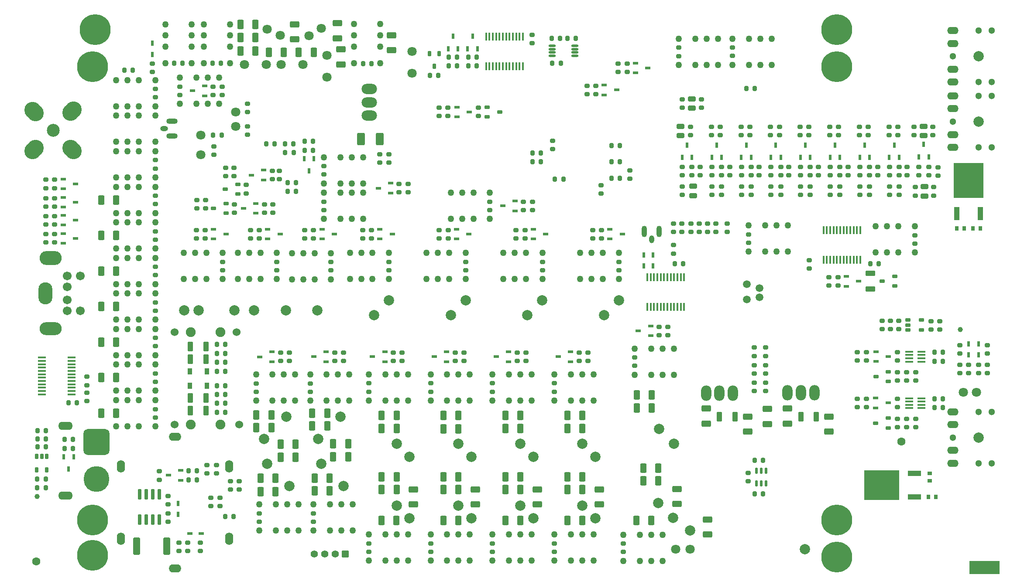
<source format=gbs>
G04*
G04 #@! TF.GenerationSoftware,Altium Limited,Altium Designer,24.4.1 (13)*
G04*
G04 Layer_Color=16711935*
%FSLAX26Y26*%
%MOIN*%
G70*
G04*
G04 #@! TF.SameCoordinates,3F108B2F-3CCF-4823-96B3-378CED877835*
G04*
G04*
G04 #@! TF.FilePolarity,Negative*
G04*
G01*
G75*
G04:AMPARAMS|DCode=23|XSize=31.496mil|YSize=37.402mil|CornerRadius=5.197mil|HoleSize=0mil|Usage=FLASHONLY|Rotation=180.000|XOffset=0mil|YOffset=0mil|HoleType=Round|Shape=RoundedRectangle|*
%AMROUNDEDRECTD23*
21,1,0.031496,0.027008,0,0,180.0*
21,1,0.021102,0.037402,0,0,180.0*
1,1,0.010394,-0.010551,0.013504*
1,1,0.010394,0.010551,0.013504*
1,1,0.010394,0.010551,-0.013504*
1,1,0.010394,-0.010551,-0.013504*
%
%ADD23ROUNDEDRECTD23*%
G04:AMPARAMS|DCode=24|XSize=31.496mil|YSize=37.402mil|CornerRadius=5.197mil|HoleSize=0mil|Usage=FLASHONLY|Rotation=270.000|XOffset=0mil|YOffset=0mil|HoleType=Round|Shape=RoundedRectangle|*
%AMROUNDEDRECTD24*
21,1,0.031496,0.027008,0,0,270.0*
21,1,0.021102,0.037402,0,0,270.0*
1,1,0.010394,-0.013504,-0.010551*
1,1,0.010394,-0.013504,0.010551*
1,1,0.010394,0.013504,0.010551*
1,1,0.010394,0.013504,-0.010551*
%
%ADD24ROUNDEDRECTD24*%
G04:AMPARAMS|DCode=30|XSize=41.732mil|YSize=19.685mil|CornerRadius=1.968mil|HoleSize=0mil|Usage=FLASHONLY|Rotation=0.000|XOffset=0mil|YOffset=0mil|HoleType=Round|Shape=RoundedRectangle|*
%AMROUNDEDRECTD30*
21,1,0.041732,0.015748,0,0,0.0*
21,1,0.037795,0.019685,0,0,0.0*
1,1,0.003937,0.018898,-0.007874*
1,1,0.003937,-0.018898,-0.007874*
1,1,0.003937,-0.018898,0.007874*
1,1,0.003937,0.018898,0.007874*
%
%ADD30ROUNDEDRECTD30*%
G04:AMPARAMS|DCode=40|XSize=59.055mil|YSize=94.488mil|CornerRadius=10.335mil|HoleSize=0mil|Usage=FLASHONLY|Rotation=180.000|XOffset=0mil|YOffset=0mil|HoleType=Round|Shape=RoundedRectangle|*
%AMROUNDEDRECTD40*
21,1,0.059055,0.073819,0,0,180.0*
21,1,0.038386,0.094488,0,0,180.0*
1,1,0.020669,-0.019193,0.036910*
1,1,0.020669,0.019193,0.036910*
1,1,0.020669,0.019193,-0.036910*
1,1,0.020669,-0.019193,-0.036910*
%
%ADD40ROUNDEDRECTD40*%
G04:AMPARAMS|DCode=45|XSize=39.37mil|YSize=59.055mil|CornerRadius=6.496mil|HoleSize=0mil|Usage=FLASHONLY|Rotation=270.000|XOffset=0mil|YOffset=0mil|HoleType=Round|Shape=RoundedRectangle|*
%AMROUNDEDRECTD45*
21,1,0.039370,0.046063,0,0,270.0*
21,1,0.026378,0.059055,0,0,270.0*
1,1,0.012992,-0.023032,-0.013189*
1,1,0.012992,-0.023032,0.013189*
1,1,0.012992,0.023032,0.013189*
1,1,0.012992,0.023032,-0.013189*
%
%ADD45ROUNDEDRECTD45*%
G04:AMPARAMS|DCode=54|XSize=27.559mil|YSize=36.614mil|CornerRadius=4.547mil|HoleSize=0mil|Usage=FLASHONLY|Rotation=0.000|XOffset=0mil|YOffset=0mil|HoleType=Round|Shape=RoundedRectangle|*
%AMROUNDEDRECTD54*
21,1,0.027559,0.027520,0,0,0.0*
21,1,0.018465,0.036614,0,0,0.0*
1,1,0.009094,0.009232,-0.013760*
1,1,0.009094,-0.009232,-0.013760*
1,1,0.009094,-0.009232,0.013760*
1,1,0.009094,0.009232,0.013760*
%
%ADD54ROUNDEDRECTD54*%
%ADD55R,0.023622X0.043307*%
%ADD56R,0.043307X0.023622*%
G04:AMPARAMS|DCode=57|XSize=23.622mil|YSize=39.37mil|CornerRadius=3.543mil|HoleSize=0mil|Usage=FLASHONLY|Rotation=270.000|XOffset=0mil|YOffset=0mil|HoleType=Round|Shape=RoundedRectangle|*
%AMROUNDEDRECTD57*
21,1,0.023622,0.032283,0,0,270.0*
21,1,0.016535,0.039370,0,0,270.0*
1,1,0.007087,-0.016142,-0.008268*
1,1,0.007087,-0.016142,0.008268*
1,1,0.007087,0.016142,0.008268*
1,1,0.007087,0.016142,-0.008268*
%
%ADD57ROUNDEDRECTD57*%
%ADD66O,0.086614X0.041339*%
%ADD67O,0.059055X0.039370*%
G04:AMPARAMS|DCode=80|XSize=41.732mil|YSize=19.685mil|CornerRadius=1.968mil|HoleSize=0mil|Usage=FLASHONLY|Rotation=90.000|XOffset=0mil|YOffset=0mil|HoleType=Round|Shape=RoundedRectangle|*
%AMROUNDEDRECTD80*
21,1,0.041732,0.015748,0,0,90.0*
21,1,0.037795,0.019685,0,0,90.0*
1,1,0.003937,0.007874,0.018898*
1,1,0.003937,0.007874,-0.018898*
1,1,0.003937,-0.007874,-0.018898*
1,1,0.003937,-0.007874,0.018898*
%
%ADD80ROUNDEDRECTD80*%
%ADD83C,0.039370*%
%ADD85C,0.078740*%
%ADD86C,0.070866*%
%ADD87C,0.059055*%
%ADD88C,0.049528*%
%ADD89O,0.078740X0.118110*%
%ADD90C,0.060000*%
%ADD91C,0.074803*%
%ADD92C,0.236220*%
%ADD93O,0.118110X0.078740*%
%ADD94O,0.062992X0.094488*%
%ADD95O,0.094488X0.062992*%
%ADD96C,0.062992*%
%ADD97C,0.066992*%
%ADD98O,0.106362X0.169354*%
%ADD99O,0.169354X0.106362*%
%ADD100O,0.169354X0.098488*%
%ADD101C,0.196850*%
G04:AMPARAMS|DCode=102|XSize=196.85mil|YSize=196.85mil|CornerRadius=29.528mil|HoleSize=0mil|Usage=FLASHONLY|Rotation=90.000|XOffset=0mil|YOffset=0mil|HoleType=Round|Shape=RoundedRectangle|*
%AMROUNDEDRECTD102*
21,1,0.196850,0.137795,0,0,90.0*
21,1,0.137795,0.196850,0,0,90.0*
1,1,0.059055,0.068898,0.068898*
1,1,0.059055,0.068898,-0.068898*
1,1,0.059055,-0.068898,-0.068898*
1,1,0.059055,-0.068898,0.068898*
%
%ADD102ROUNDEDRECTD102*%
%ADD103O,0.110236X0.062992*%
G04:AMPARAMS|DCode=104|XSize=55.118mil|YSize=55.118mil|CornerRadius=9.646mil|HoleSize=0mil|Usage=FLASHONLY|Rotation=0.000|XOffset=0mil|YOffset=0mil|HoleType=Round|Shape=RoundedRectangle|*
%AMROUNDEDRECTD104*
21,1,0.055118,0.035827,0,0,0.0*
21,1,0.035827,0.055118,0,0,0.0*
1,1,0.019291,0.017913,-0.017913*
1,1,0.019291,-0.017913,-0.017913*
1,1,0.019291,-0.017913,0.017913*
1,1,0.019291,0.017913,0.017913*
%
%ADD104ROUNDEDRECTD104*%
%ADD105C,0.055118*%
%ADD106C,0.051181*%
%ADD107O,0.086614X0.055118*%
G04:AMPARAMS|DCode=108|XSize=157.48mil|YSize=125.984mil|CornerRadius=0mil|HoleSize=0mil|Usage=FLASHONLY|Rotation=135.000|XOffset=0mil|YOffset=0mil|HoleType=Round|Shape=Round|*
%AMOVALD108*
21,1,0.031496,0.125984,0.000000,0.000000,135.0*
1,1,0.125984,0.011136,-0.011136*
1,1,0.125984,-0.011136,0.011136*
%
%ADD108OVALD108*%

%ADD109C,0.098425*%
G04:AMPARAMS|DCode=110|XSize=157.48mil|YSize=125.984mil|CornerRadius=0mil|HoleSize=0mil|Usage=FLASHONLY|Rotation=225.000|XOffset=0mil|YOffset=0mil|HoleType=Round|Shape=Round|*
%AMOVALD110*
21,1,0.031496,0.125984,0.000000,0.000000,225.0*
1,1,0.125984,0.011136,0.011136*
1,1,0.125984,-0.011136,-0.011136*
%
%ADD110OVALD110*%

G04:AMPARAMS|DCode=124|XSize=47.638mil|YSize=71.653mil|CornerRadius=7.86mil|HoleSize=0mil|Usage=FLASHONLY|Rotation=270.000|XOffset=0mil|YOffset=0mil|HoleType=Round|Shape=RoundedRectangle|*
%AMROUNDEDRECTD124*
21,1,0.047638,0.055933,0,0,270.0*
21,1,0.031917,0.071653,0,0,270.0*
1,1,0.015720,-0.027967,-0.015959*
1,1,0.015720,-0.027967,0.015959*
1,1,0.015720,0.027967,0.015959*
1,1,0.015720,0.027967,-0.015959*
%
%ADD124ROUNDEDRECTD124*%
%ADD125O,0.057087X0.017716*%
%ADD126R,0.102362X0.039370*%
%ADD127R,0.267716X0.228346*%
%ADD128O,0.021654X0.050787*%
G04:AMPARAMS|DCode=129|XSize=43.307mil|YSize=70.866mil|CornerRadius=4.331mil|HoleSize=0mil|Usage=FLASHONLY|Rotation=0.000|XOffset=0mil|YOffset=0mil|HoleType=Round|Shape=RoundedRectangle|*
%AMROUNDEDRECTD129*
21,1,0.043307,0.062205,0,0,0.0*
21,1,0.034646,0.070866,0,0,0.0*
1,1,0.008661,0.017323,-0.031102*
1,1,0.008661,-0.017323,-0.031102*
1,1,0.008661,-0.017323,0.031102*
1,1,0.008661,0.017323,0.031102*
%
%ADD129ROUNDEDRECTD129*%
G04:AMPARAMS|DCode=130|XSize=47.638mil|YSize=71.653mil|CornerRadius=7.86mil|HoleSize=0mil|Usage=FLASHONLY|Rotation=180.000|XOffset=0mil|YOffset=0mil|HoleType=Round|Shape=RoundedRectangle|*
%AMROUNDEDRECTD130*
21,1,0.047638,0.055933,0,0,180.0*
21,1,0.031917,0.071653,0,0,180.0*
1,1,0.015720,-0.015959,0.027967*
1,1,0.015720,0.015959,0.027967*
1,1,0.015720,0.015959,-0.027967*
1,1,0.015720,-0.015959,-0.027967*
%
%ADD130ROUNDEDRECTD130*%
G04:AMPARAMS|DCode=131|XSize=27.559mil|YSize=36.614mil|CornerRadius=4.547mil|HoleSize=0mil|Usage=FLASHONLY|Rotation=90.000|XOffset=0mil|YOffset=0mil|HoleType=Round|Shape=RoundedRectangle|*
%AMROUNDEDRECTD131*
21,1,0.027559,0.027520,0,0,90.0*
21,1,0.018465,0.036614,0,0,90.0*
1,1,0.009094,0.013760,0.009232*
1,1,0.009094,0.013760,-0.009232*
1,1,0.009094,-0.013760,-0.009232*
1,1,0.009094,-0.013760,0.009232*
%
%ADD131ROUNDEDRECTD131*%
%ADD132O,0.016142X0.061811*%
%ADD133R,0.228346X0.267716*%
%ADD134R,0.039370X0.102362*%
%ADD135R,0.060000X0.017000*%
G04:AMPARAMS|DCode=136|XSize=23.622mil|YSize=78.74mil|CornerRadius=4.134mil|HoleSize=0mil|Usage=FLASHONLY|Rotation=180.000|XOffset=0mil|YOffset=0mil|HoleType=Round|Shape=RoundedRectangle|*
%AMROUNDEDRECTD136*
21,1,0.023622,0.070473,0,0,180.0*
21,1,0.015354,0.078740,0,0,180.0*
1,1,0.008268,-0.007677,0.035236*
1,1,0.008268,0.007677,0.035236*
1,1,0.008268,0.007677,-0.035236*
1,1,0.008268,-0.007677,-0.035236*
%
%ADD136ROUNDEDRECTD136*%
G04:AMPARAMS|DCode=137|XSize=23.622mil|YSize=39.37mil|CornerRadius=3.543mil|HoleSize=0mil|Usage=FLASHONLY|Rotation=180.000|XOffset=0mil|YOffset=0mil|HoleType=Round|Shape=RoundedRectangle|*
%AMROUNDEDRECTD137*
21,1,0.023622,0.032283,0,0,180.0*
21,1,0.016535,0.039370,0,0,180.0*
1,1,0.007087,-0.008268,0.016142*
1,1,0.007087,0.008268,0.016142*
1,1,0.007087,0.008268,-0.016142*
1,1,0.007087,-0.008268,-0.016142*
%
%ADD137ROUNDEDRECTD137*%
%ADD138R,0.035827X0.048032*%
%ADD139O,0.061811X0.016142*%
G04:AMPARAMS|DCode=140|XSize=43.307mil|YSize=23.622mil|CornerRadius=4.134mil|HoleSize=0mil|Usage=FLASHONLY|Rotation=270.000|XOffset=0mil|YOffset=0mil|HoleType=Round|Shape=RoundedRectangle|*
%AMROUNDEDRECTD140*
21,1,0.043307,0.015354,0,0,270.0*
21,1,0.035039,0.023622,0,0,270.0*
1,1,0.008268,-0.007677,-0.017520*
1,1,0.008268,-0.007677,0.017520*
1,1,0.008268,0.007677,0.017520*
1,1,0.008268,0.007677,-0.017520*
%
%ADD140ROUNDEDRECTD140*%
%ADD141O,0.039370X0.059055*%
%ADD142O,0.041339X0.086614*%
G04:AMPARAMS|DCode=143|XSize=43.307mil|YSize=23.622mil|CornerRadius=4.134mil|HoleSize=0mil|Usage=FLASHONLY|Rotation=0.000|XOffset=0mil|YOffset=0mil|HoleType=Round|Shape=RoundedRectangle|*
%AMROUNDEDRECTD143*
21,1,0.043307,0.015354,0,0,0.0*
21,1,0.035039,0.023622,0,0,0.0*
1,1,0.008268,0.017520,-0.007677*
1,1,0.008268,-0.017520,-0.007677*
1,1,0.008268,-0.017520,0.007677*
1,1,0.008268,0.017520,0.007677*
%
%ADD143ROUNDEDRECTD143*%
G04:AMPARAMS|DCode=144|XSize=43.307mil|YSize=70.866mil|CornerRadius=4.331mil|HoleSize=0mil|Usage=FLASHONLY|Rotation=90.000|XOffset=0mil|YOffset=0mil|HoleType=Round|Shape=RoundedRectangle|*
%AMROUNDEDRECTD144*
21,1,0.043307,0.062205,0,0,90.0*
21,1,0.034646,0.070866,0,0,90.0*
1,1,0.008661,0.031102,0.017323*
1,1,0.008661,0.031102,-0.017323*
1,1,0.008661,-0.031102,-0.017323*
1,1,0.008661,-0.031102,0.017323*
%
%ADD144ROUNDEDRECTD144*%
G04:AMPARAMS|DCode=145|XSize=51.181mil|YSize=131.89mil|CornerRadius=5.118mil|HoleSize=0mil|Usage=FLASHONLY|Rotation=180.000|XOffset=0mil|YOffset=0mil|HoleType=Round|Shape=RoundedRectangle|*
%AMROUNDEDRECTD145*
21,1,0.051181,0.121654,0,0,180.0*
21,1,0.040945,0.131890,0,0,180.0*
1,1,0.010236,-0.020473,0.060827*
1,1,0.010236,0.020473,0.060827*
1,1,0.010236,0.020473,-0.060827*
1,1,0.010236,-0.020473,-0.060827*
%
%ADD145ROUNDEDRECTD145*%
G36*
X7232971Y97591D02*
X7232971Y97591D01*
X7463229D01*
Y-834D01*
X7463229Y-834D01*
X7232914D01*
Y97535D01*
X7232971Y97591D01*
D02*
G37*
D23*
X2220550Y3307636D02*
D03*
X2156771D02*
D03*
X2220550Y3239723D02*
D03*
X2156771D02*
D03*
X2089961Y2992126D02*
D03*
X2026181D02*
D03*
Y2926181D02*
D03*
X2089961D02*
D03*
X4041929Y4095472D02*
D03*
X4105709D02*
D03*
X4225787D02*
D03*
X4162008D02*
D03*
X4111024Y3904921D02*
D03*
X4047244D02*
D03*
X5592126Y612211D02*
D03*
X5655905D02*
D03*
Y870079D02*
D03*
X5592126D02*
D03*
X1926491Y3288935D02*
D03*
X1862711D02*
D03*
X2006991D02*
D03*
X2070771D02*
D03*
X2007480Y3222242D02*
D03*
X2071260D02*
D03*
X6476378Y2372835D02*
D03*
X6540158D02*
D03*
X5592323Y3710630D02*
D03*
X5528543D02*
D03*
X1611614Y439961D02*
D03*
X1547835D02*
D03*
X4562402Y3275591D02*
D03*
X4498622D02*
D03*
X180512Y1095473D02*
D03*
X116732D02*
D03*
X7028938Y1271230D02*
D03*
X6965159D02*
D03*
X842913Y3852362D02*
D03*
X779134D02*
D03*
X321861Y1027544D02*
D03*
X385641D02*
D03*
X7029847Y1626621D02*
D03*
X6966067D02*
D03*
X3469488Y3884685D02*
D03*
X3405709D02*
D03*
X3320276Y3884377D02*
D03*
X3256496D02*
D03*
X1549731Y1686024D02*
D03*
X1485951D02*
D03*
X1486345Y1304134D02*
D03*
X1550125Y1304134D02*
D03*
X1549731Y1618110D02*
D03*
X1485951D02*
D03*
X1550125Y1372047D02*
D03*
X1486345D02*
D03*
X1334100Y718504D02*
D03*
X1270320D02*
D03*
X1270276Y787402D02*
D03*
X1334055D02*
D03*
X7028938Y1338758D02*
D03*
X6965159D02*
D03*
X7029847Y1694149D02*
D03*
X6966067D02*
D03*
X4130905Y3018701D02*
D03*
X4067126D02*
D03*
X385641Y959630D02*
D03*
X321861D02*
D03*
X116732Y971457D02*
D03*
X180512D02*
D03*
Y1033465D02*
D03*
X116732D02*
D03*
X113779Y724409D02*
D03*
X177559D02*
D03*
X113779Y657480D02*
D03*
X177559D02*
D03*
X350984Y1308071D02*
D03*
X414764D02*
D03*
X3405709Y3952599D02*
D03*
X3469488D02*
D03*
X3256496Y3952290D02*
D03*
X3320276D02*
D03*
X1159449Y3904528D02*
D03*
X1223229D02*
D03*
X1453346D02*
D03*
X1517126D02*
D03*
X2602559Y3902489D02*
D03*
X2666339D02*
D03*
X3176575Y3811024D02*
D03*
X3112795D02*
D03*
X1549731Y1753937D02*
D03*
X1485951D02*
D03*
X1550125Y1236221D02*
D03*
X1486345D02*
D03*
X1549731Y1550197D02*
D03*
X1485951D02*
D03*
X1486345Y1439960D02*
D03*
X1550125D02*
D03*
X4497834Y3024209D02*
D03*
X4561614D02*
D03*
X3960039Y3152559D02*
D03*
X3896260D02*
D03*
X3960039Y3218504D02*
D03*
X3896260D02*
D03*
X4497638Y3150591D02*
D03*
X4561417D02*
D03*
X1457283Y3355315D02*
D03*
X1521063D02*
D03*
X4983267Y2372834D02*
D03*
X5047047D02*
D03*
D24*
X2302165Y3054134D02*
D03*
Y3117914D02*
D03*
X492126Y1322544D02*
D03*
Y1386324D02*
D03*
Y1443504D02*
D03*
Y1507284D02*
D03*
X1847874Y2826509D02*
D03*
Y2762730D02*
D03*
X1914042D02*
D03*
Y2826509D02*
D03*
X1962598Y3017913D02*
D03*
Y3081693D02*
D03*
X5543307Y773032D02*
D03*
Y709252D02*
D03*
X6010885Y2334280D02*
D03*
Y2398060D02*
D03*
X5677165Y1730709D02*
D03*
Y1666929D02*
D03*
X5587598Y1730709D02*
D03*
Y1666929D02*
D03*
X5677165Y1596161D02*
D03*
Y1532382D02*
D03*
X5587598Y1596161D02*
D03*
Y1532382D02*
D03*
Y1461614D02*
D03*
Y1397834D02*
D03*
X5677165D02*
D03*
Y1461614D02*
D03*
X1708439Y2910355D02*
D03*
Y2974134D02*
D03*
X1908105Y3081693D02*
D03*
Y3017913D02*
D03*
X1619410Y2762992D02*
D03*
Y2826772D02*
D03*
X6810039Y3354921D02*
D03*
Y3418701D02*
D03*
X3894250Y2782088D02*
D03*
Y2845867D02*
D03*
X4550632Y3900985D02*
D03*
Y3837206D02*
D03*
X5424213Y3961220D02*
D03*
Y4025000D02*
D03*
X4311899Y3732472D02*
D03*
Y3668692D02*
D03*
X4379813D02*
D03*
Y3732472D02*
D03*
X1201772Y3662008D02*
D03*
Y3725787D02*
D03*
X1457242Y3725786D02*
D03*
Y3662007D02*
D03*
X1525156D02*
D03*
Y3725786D02*
D03*
X1481299Y769685D02*
D03*
Y833465D02*
D03*
X1409603Y769509D02*
D03*
Y833288D02*
D03*
X7368920Y1684646D02*
D03*
Y1748425D02*
D03*
X7158465D02*
D03*
Y1684646D02*
D03*
X7158377Y1535385D02*
D03*
Y1599165D02*
D03*
X7224322Y1535385D02*
D03*
Y1599165D02*
D03*
X7303063Y1535385D02*
D03*
Y1599165D02*
D03*
X7369007Y1535385D02*
D03*
Y1599165D02*
D03*
X4050197Y3249606D02*
D03*
Y3313386D02*
D03*
X3250000Y3500590D02*
D03*
Y3564370D02*
D03*
X3481299Y3500590D02*
D03*
Y3564370D02*
D03*
X3182087Y3565039D02*
D03*
Y3501260D02*
D03*
X4618545Y3837206D02*
D03*
Y3900985D02*
D03*
X5013780Y3960237D02*
D03*
Y4024016D02*
D03*
X1507680Y517338D02*
D03*
Y581118D02*
D03*
X1439459Y581130D02*
D03*
Y517351D02*
D03*
X1657480Y644291D02*
D03*
Y708071D02*
D03*
X1589567D02*
D03*
Y644291D02*
D03*
X1809055Y462992D02*
D03*
Y399212D02*
D03*
X994095Y3902953D02*
D03*
Y3839173D02*
D03*
X4972441Y2514173D02*
D03*
Y2450394D02*
D03*
X1113189Y594882D02*
D03*
X1044291Y720079D02*
D03*
X4590551Y168307D02*
D03*
Y232086D02*
D03*
X4676181Y1591141D02*
D03*
Y1654921D02*
D03*
X4063977Y168897D02*
D03*
Y232677D02*
D03*
X4063977Y1393307D02*
D03*
Y1457086D02*
D03*
X3590551Y168898D02*
D03*
Y232677D02*
D03*
X3590551Y1393307D02*
D03*
Y1457087D02*
D03*
X3118110Y168898D02*
D03*
Y232677D02*
D03*
X3118110Y1393307D02*
D03*
Y1457087D02*
D03*
X2645669Y168898D02*
D03*
Y232677D02*
D03*
X2645669Y1393307D02*
D03*
Y1457087D02*
D03*
X2222441Y399384D02*
D03*
Y463163D02*
D03*
X2197835Y1392322D02*
D03*
Y1456102D02*
D03*
X1784449Y1392913D02*
D03*
Y1456693D02*
D03*
X5339173Y3047835D02*
D03*
Y3111614D02*
D03*
X6243110Y3047835D02*
D03*
Y3111614D02*
D03*
X6017126Y3047835D02*
D03*
Y3111614D02*
D03*
X5791382Y3048074D02*
D03*
Y3111854D02*
D03*
X5565157Y3048228D02*
D03*
Y3112008D02*
D03*
X5265354Y3111614D02*
D03*
Y3047835D02*
D03*
X5491578Y3111854D02*
D03*
Y3048074D02*
D03*
X5717323Y3111614D02*
D03*
Y3047835D02*
D03*
X5943307Y3111614D02*
D03*
Y3047835D02*
D03*
X6169291Y3111614D02*
D03*
Y3047835D02*
D03*
X6395276Y3112008D02*
D03*
Y3048228D02*
D03*
X6305118Y3111614D02*
D03*
Y3047835D02*
D03*
X6079134Y3111614D02*
D03*
Y3047835D02*
D03*
X5853150Y3111614D02*
D03*
Y3047835D02*
D03*
X5627165Y3111614D02*
D03*
Y3047835D02*
D03*
X5401181Y3111614D02*
D03*
Y3047835D02*
D03*
X5175197Y3111614D02*
D03*
Y3047835D02*
D03*
X5113429Y3048074D02*
D03*
Y3111854D02*
D03*
X5039370Y3111614D02*
D03*
Y3047835D02*
D03*
X5036417Y2615945D02*
D03*
Y2679725D02*
D03*
X5382874Y2614961D02*
D03*
Y2678741D02*
D03*
X5294538Y2615738D02*
D03*
Y2679518D02*
D03*
X5233844Y2615743D02*
D03*
Y2679523D02*
D03*
X5170129Y2615749D02*
D03*
Y2679528D02*
D03*
X5106448Y2615749D02*
D03*
Y2679528D02*
D03*
X6819362Y2957372D02*
D03*
Y2893592D02*
D03*
X6160864Y2205906D02*
D03*
Y2269685D02*
D03*
X6617914Y3418976D02*
D03*
Y3355197D02*
D03*
X6621260Y2961417D02*
D03*
Y2897638D02*
D03*
X6391929Y3418976D02*
D03*
Y3355197D02*
D03*
X6395276Y2961417D02*
D03*
Y2897638D02*
D03*
X6165945Y3418976D02*
D03*
Y3355197D02*
D03*
X6169291Y2961024D02*
D03*
Y2897244D02*
D03*
X5713976Y3418976D02*
D03*
Y3355197D02*
D03*
X5717323Y2961024D02*
D03*
Y2897244D02*
D03*
X5939961Y3418976D02*
D03*
Y3355197D02*
D03*
X5943307Y2961024D02*
D03*
Y2897244D02*
D03*
X5487992Y3418976D02*
D03*
Y3355197D02*
D03*
X5491338Y2961024D02*
D03*
Y2897244D02*
D03*
X5262008Y3418976D02*
D03*
Y3355197D02*
D03*
X6992884Y3110049D02*
D03*
Y3046270D02*
D03*
X6847244Y3112008D02*
D03*
Y3048228D02*
D03*
X6757087Y3112008D02*
D03*
Y3048228D02*
D03*
X6621260Y3112008D02*
D03*
Y3048228D02*
D03*
X6531102Y3112008D02*
D03*
Y3048228D02*
D03*
X6375986Y1275372D02*
D03*
Y1339151D02*
D03*
X6376970Y1630687D02*
D03*
Y1694466D02*
D03*
X178976Y2950394D02*
D03*
Y3014173D02*
D03*
X1263780Y173819D02*
D03*
Y237599D02*
D03*
X1194882Y173819D02*
D03*
Y237599D02*
D03*
X6682088Y1121828D02*
D03*
Y1185608D02*
D03*
X6683072Y1477143D02*
D03*
Y1540923D02*
D03*
X178976Y2534055D02*
D03*
Y2597835D02*
D03*
X4355315Y2566535D02*
D03*
Y2630314D02*
D03*
X3769685Y2566536D02*
D03*
Y2630316D02*
D03*
X3184055Y2566535D02*
D03*
Y2630315D02*
D03*
X2598425Y2566535D02*
D03*
Y2630315D02*
D03*
X2155512Y2565945D02*
D03*
Y2629724D02*
D03*
X1742126Y2566535D02*
D03*
Y2630315D02*
D03*
X1328740Y2566535D02*
D03*
Y2630315D02*
D03*
X2945431Y2981692D02*
D03*
Y2917912D02*
D03*
X1359252Y237599D02*
D03*
Y173819D02*
D03*
X1044291Y783858D02*
D03*
X1113189Y531102D02*
D03*
X1113189Y398228D02*
D03*
Y462008D02*
D03*
X5265354Y2961024D02*
D03*
Y2897244D02*
D03*
X6821852Y1121828D02*
D03*
Y1185608D02*
D03*
X6751970D02*
D03*
Y1121828D02*
D03*
X6822836Y1477143D02*
D03*
Y1540923D02*
D03*
X6752954D02*
D03*
Y1477143D02*
D03*
X179134Y2809646D02*
D03*
Y2873425D02*
D03*
X178976Y2672835D02*
D03*
Y2736614D02*
D03*
X5038386Y3628347D02*
D03*
Y3564567D02*
D03*
X4930341Y1890157D02*
D03*
Y1826378D02*
D03*
X4318898Y1628543D02*
D03*
Y1692323D02*
D03*
X3844711Y1628543D02*
D03*
Y1692323D02*
D03*
X3372270Y1628543D02*
D03*
Y1692323D02*
D03*
X2899829Y1628543D02*
D03*
Y1692323D02*
D03*
X2451994Y1628543D02*
D03*
Y1692323D02*
D03*
X2038609Y1628149D02*
D03*
Y1691929D02*
D03*
X6566929Y1872638D02*
D03*
Y1936417D02*
D03*
X246890Y3014173D02*
D03*
Y2950394D02*
D03*
Y2597835D02*
D03*
Y2534055D02*
D03*
Y2873425D02*
D03*
Y2809646D02*
D03*
Y2736614D02*
D03*
Y2672835D02*
D03*
X6954204Y3418986D02*
D03*
Y3355206D02*
D03*
X6228778Y2269685D02*
D03*
Y2205906D02*
D03*
X6814238Y2525988D02*
D03*
Y2589767D02*
D03*
X5547505Y2596658D02*
D03*
Y2532878D02*
D03*
X6960110Y2893592D02*
D03*
Y2957372D02*
D03*
X6920909Y3048468D02*
D03*
Y3112248D02*
D03*
X6684843Y3355197D02*
D03*
Y3418976D02*
D03*
X6695079Y2961417D02*
D03*
Y2897638D02*
D03*
X6695319Y3048468D02*
D03*
Y3112248D02*
D03*
X6469095Y3048228D02*
D03*
Y3112008D02*
D03*
X2730521Y3144365D02*
D03*
Y3208145D02*
D03*
X2799213Y3144365D02*
D03*
Y3208145D02*
D03*
X1015748Y2284646D02*
D03*
Y2348426D02*
D03*
X1015748Y1468701D02*
D03*
Y1532481D02*
D03*
X1015748Y1740748D02*
D03*
Y1804528D02*
D03*
Y2012402D02*
D03*
Y2076182D02*
D03*
X1015748Y2556300D02*
D03*
Y2620079D02*
D03*
X1015748Y2828347D02*
D03*
Y2892126D02*
D03*
X1016146Y1196496D02*
D03*
Y1260276D02*
D03*
X1015748Y3100000D02*
D03*
Y3163780D02*
D03*
X1015748Y3643898D02*
D03*
Y3707678D02*
D03*
X4423228Y2630314D02*
D03*
Y2566535D02*
D03*
X3837599Y2630316D02*
D03*
Y2566536D02*
D03*
X3251969Y2630315D02*
D03*
Y2566535D02*
D03*
X2666339Y2630315D02*
D03*
Y2566535D02*
D03*
X2223425Y2629724D02*
D03*
Y2565945D02*
D03*
X1810039Y2630315D02*
D03*
Y2566535D02*
D03*
X1396654Y2630315D02*
D03*
Y2566535D02*
D03*
X4557087Y2322441D02*
D03*
Y2386220D02*
D03*
X3971457Y2322441D02*
D03*
Y2386221D02*
D03*
X3385827Y2322441D02*
D03*
Y2386221D02*
D03*
X2800197Y2322441D02*
D03*
Y2386221D02*
D03*
X2357284Y2321851D02*
D03*
Y2385630D02*
D03*
X1943898Y2322441D02*
D03*
Y2386221D02*
D03*
X1530512Y2322441D02*
D03*
Y2386220D02*
D03*
X4419882Y2971850D02*
D03*
Y2908071D02*
D03*
X4638779Y3087008D02*
D03*
Y3023228D02*
D03*
X1398622Y2858661D02*
D03*
Y2794882D02*
D03*
X1332677D02*
D03*
Y2858661D02*
D03*
X1462520Y3205827D02*
D03*
Y3269606D02*
D03*
X1550985Y3106693D02*
D03*
Y3042913D02*
D03*
X1616929D02*
D03*
Y3106693D02*
D03*
X1719661Y3532362D02*
D03*
Y3596142D02*
D03*
X1719724Y3422425D02*
D03*
Y3358646D02*
D03*
X3826337Y2782088D02*
D03*
Y2845867D02*
D03*
X3570866Y2782087D02*
D03*
Y2845867D02*
D03*
X2877518Y2917912D02*
D03*
Y2981692D02*
D03*
X2302165Y2845867D02*
D03*
Y2782087D02*
D03*
X6690945Y1872638D02*
D03*
Y1936417D02*
D03*
X6628937D02*
D03*
Y1872638D02*
D03*
X7004922Y1869685D02*
D03*
Y1933465D02*
D03*
X6937992Y1869685D02*
D03*
Y1933465D02*
D03*
X6458858Y3355197D02*
D03*
Y3418976D02*
D03*
X6469095Y2961417D02*
D03*
Y2897638D02*
D03*
X6682088Y1339151D02*
D03*
Y1275372D02*
D03*
X6682996Y1694543D02*
D03*
Y1630763D02*
D03*
X6232874Y3355197D02*
D03*
Y3418976D02*
D03*
X6243110Y2961024D02*
D03*
Y2897244D02*
D03*
X6445868Y1339151D02*
D03*
Y1275372D02*
D03*
X6446852Y1694466D02*
D03*
Y1630687D02*
D03*
X5780905Y3355197D02*
D03*
Y3418976D02*
D03*
X5791142Y2961024D02*
D03*
Y2897244D02*
D03*
X6006890Y3355197D02*
D03*
Y3418976D02*
D03*
X6017126Y2961024D02*
D03*
Y2897244D02*
D03*
X5328937Y3355197D02*
D03*
Y3418976D02*
D03*
X5554921Y3355197D02*
D03*
Y3418976D02*
D03*
X5565157Y2961024D02*
D03*
Y2897244D02*
D03*
X5339173Y2961024D02*
D03*
Y2897244D02*
D03*
X5102953Y3418976D02*
D03*
Y3355197D02*
D03*
X5039370Y2897244D02*
D03*
Y2961024D02*
D03*
X5185039Y3564567D02*
D03*
Y3628347D02*
D03*
X4972441Y2615945D02*
D03*
Y2679725D02*
D03*
X4864174Y1826378D02*
D03*
Y1890157D02*
D03*
X4251969Y1628543D02*
D03*
Y1692323D02*
D03*
X3778544Y1628543D02*
D03*
Y1692323D02*
D03*
X3306103Y1628543D02*
D03*
Y1692323D02*
D03*
X2833662Y1628543D02*
D03*
Y1692323D02*
D03*
X2385827Y1628543D02*
D03*
Y1692323D02*
D03*
X1972441Y1628149D02*
D03*
Y1691929D02*
D03*
X3892717Y4059646D02*
D03*
Y4123425D02*
D03*
D30*
X1364857Y308517D02*
D03*
X1279424D02*
D03*
D40*
X2584646Y3324803D02*
D03*
X2730315D02*
D03*
D45*
X6882874Y3422244D02*
D03*
Y3351378D02*
D03*
X6889764Y2889764D02*
D03*
Y2960630D02*
D03*
X5024606Y3422244D02*
D03*
Y3351378D02*
D03*
X5121063Y2964567D02*
D03*
Y2893701D02*
D03*
X5111221Y3561023D02*
D03*
Y3631890D02*
D03*
D54*
X6974410Y588386D02*
D03*
X6918504D02*
D03*
X7259449Y2643700D02*
D03*
X7315354D02*
D03*
X7191339Y2643701D02*
D03*
X7135433D02*
D03*
D55*
X2188661Y3081101D02*
D03*
X2226062Y3175589D02*
D03*
X2151259D02*
D03*
X316349Y895496D02*
D03*
X391152D02*
D03*
X353751Y801008D02*
D03*
X6883858Y3284449D02*
D03*
X6846457Y3189961D02*
D03*
X6921260D02*
D03*
X6657917Y3280394D02*
D03*
X6620516Y3185906D02*
D03*
X6695319D02*
D03*
X6431933Y3280394D02*
D03*
X6394531Y3185906D02*
D03*
X6469334D02*
D03*
X6205949Y3280000D02*
D03*
X6168547Y3185512D02*
D03*
X6243350D02*
D03*
X5979964Y3280000D02*
D03*
X5942563Y3185512D02*
D03*
X6017366D02*
D03*
X5302011Y3280000D02*
D03*
X5264610Y3185512D02*
D03*
X5339413D02*
D03*
X5753980Y3280000D02*
D03*
X5716578Y3185512D02*
D03*
X5791382D02*
D03*
X3437598Y4111221D02*
D03*
X3400197Y4016733D02*
D03*
X3475000D02*
D03*
X3288386Y4110912D02*
D03*
X3250984Y4016424D02*
D03*
X3325787D02*
D03*
X5527996Y3280000D02*
D03*
X5490594Y3185512D02*
D03*
X5565397D02*
D03*
X5076027Y3280000D02*
D03*
X5038626Y3185512D02*
D03*
X5113429D02*
D03*
D56*
X1783740Y2832021D02*
D03*
Y2757218D02*
D03*
X1689252Y2794619D02*
D03*
X1843971Y3087205D02*
D03*
Y3012401D02*
D03*
X1749483Y3049803D02*
D03*
X2813384Y2987204D02*
D03*
Y2912401D02*
D03*
X2718896Y2949802D02*
D03*
X3762203Y2851379D02*
D03*
Y2776576D02*
D03*
X3667715Y2813978D02*
D03*
X4682679Y3831694D02*
D03*
Y3906497D02*
D03*
X4777167Y3869096D02*
D03*
X4443947Y3663180D02*
D03*
Y3737983D02*
D03*
X4538435Y3700582D02*
D03*
X1393108Y3731298D02*
D03*
Y3656495D02*
D03*
X1298620Y3693896D02*
D03*
X3318898Y3495079D02*
D03*
Y3569882D02*
D03*
X3413386Y3532480D02*
D03*
X6611222Y1307262D02*
D03*
X6516734Y1344663D02*
D03*
Y1269860D02*
D03*
X405512Y2982284D02*
D03*
X311024Y3019685D02*
D03*
Y2944882D02*
D03*
X405512Y2565945D02*
D03*
X311024Y2603347D02*
D03*
Y2528543D02*
D03*
X405512Y2841536D02*
D03*
X311024Y2878937D02*
D03*
Y2804134D02*
D03*
X405512Y2704724D02*
D03*
X311024Y2742126D02*
D03*
Y2667323D02*
D03*
X6387400Y2237796D02*
D03*
X6292911Y2275197D02*
D03*
Y2200394D02*
D03*
X6612206Y1662577D02*
D03*
X6517718Y1699978D02*
D03*
Y1625175D02*
D03*
X4581850Y2598424D02*
D03*
X4487362Y2635826D02*
D03*
Y2561023D02*
D03*
X3996221Y2598426D02*
D03*
X3901732Y2635827D02*
D03*
Y2561024D02*
D03*
X3410591Y2598425D02*
D03*
X3316102Y2635827D02*
D03*
Y2561024D02*
D03*
X2824961Y2598425D02*
D03*
X2730473Y2635827D02*
D03*
Y2561024D02*
D03*
X2382047Y2597835D02*
D03*
X2287559Y2635236D02*
D03*
Y2560433D02*
D03*
X1968661Y2598425D02*
D03*
X1874173Y2635827D02*
D03*
Y2561024D02*
D03*
X1555276Y2598425D02*
D03*
X1460787Y2635827D02*
D03*
Y2561024D02*
D03*
X1115158Y753937D02*
D03*
X1209646Y716535D02*
D03*
Y791338D02*
D03*
X4703741Y1858267D02*
D03*
X4798229Y1820866D02*
D03*
Y1895669D02*
D03*
X4091536Y1660433D02*
D03*
X4186024Y1623031D02*
D03*
Y1697834D02*
D03*
X3618110Y1660433D02*
D03*
X3712599Y1623032D02*
D03*
Y1697835D02*
D03*
X3145669Y1660433D02*
D03*
X3240158Y1623032D02*
D03*
Y1697835D02*
D03*
X2673229Y1660433D02*
D03*
X2767717Y1623032D02*
D03*
Y1697835D02*
D03*
X2225394Y1660433D02*
D03*
X2319882Y1623031D02*
D03*
Y1697834D02*
D03*
X1812008Y1660039D02*
D03*
X1906496Y1622638D02*
D03*
Y1697441D02*
D03*
D57*
X1555276Y2832283D02*
D03*
X1460787Y2794882D02*
D03*
X1555276Y2757480D02*
D03*
X1644305Y2904843D02*
D03*
X1549817Y2942244D02*
D03*
X1644305Y2979646D02*
D03*
X3550197Y3495079D02*
D03*
X3644685Y3532480D02*
D03*
X3550197Y3569882D02*
D03*
X6661417Y2201772D02*
D03*
X6566929Y2239173D02*
D03*
X6661417Y2276575D02*
D03*
X6612206Y1471632D02*
D03*
X6517718Y1509033D02*
D03*
X6612206Y1546435D02*
D03*
X6611222Y1116317D02*
D03*
X6516734Y1153718D02*
D03*
X6611222Y1191120D02*
D03*
D66*
X1143695Y3463583D02*
D03*
Y3347441D02*
D03*
D67*
X1083655Y3405512D02*
D03*
D80*
X7303063Y1759204D02*
D03*
Y1673771D02*
D03*
X7224322Y1759204D02*
D03*
Y1673771D02*
D03*
X4815945Y2439191D02*
D03*
Y2353758D02*
D03*
X1188976Y539357D02*
D03*
X4746063Y2439370D02*
D03*
Y2353937D02*
D03*
X994095Y4057480D02*
D03*
Y3972047D02*
D03*
X1188976Y453924D02*
D03*
D83*
X113779Y591535D02*
D03*
X7162796Y1869685D02*
D03*
D85*
X5977362Y188976D02*
D03*
X5100276Y331031D02*
D03*
X4974358Y994146D02*
D03*
X4861221Y1107284D02*
D03*
X2957263Y424627D02*
D03*
X2858268Y523622D02*
D03*
X4970628Y428979D02*
D03*
X4857491Y542116D02*
D03*
X3902145Y424627D02*
D03*
X3803150Y523622D02*
D03*
X2037609Y670881D02*
D03*
X1867903Y840587D02*
D03*
X7303150Y3957677D02*
D03*
X2281289Y840758D02*
D03*
X2450995Y671053D02*
D03*
X7303150Y1043307D02*
D03*
Y3458661D02*
D03*
X4443121Y1977569D02*
D03*
X4556258Y2090706D02*
D03*
X3857491Y1977569D02*
D03*
X3970628Y2090706D02*
D03*
X3271861Y1977569D02*
D03*
X3384998Y2090706D02*
D03*
X2686231Y1977569D02*
D03*
X2799368Y2090706D02*
D03*
X2013858Y2015748D02*
D03*
X2253858D02*
D03*
X1768898D02*
D03*
X1618898D02*
D03*
X1344370D02*
D03*
X1234370D02*
D03*
X4276575Y996063D02*
D03*
X4375570Y897068D02*
D03*
X4276575Y523622D02*
D03*
X4375570Y424627D02*
D03*
X3803149Y996063D02*
D03*
X3902144Y897068D02*
D03*
X3330709Y996063D02*
D03*
X3429704Y897068D02*
D03*
X3330709Y523622D02*
D03*
X3429704Y424627D02*
D03*
X2858267Y996063D02*
D03*
X2957262Y897068D02*
D03*
X2428357Y1200995D02*
D03*
X2258651Y1031289D02*
D03*
X2014971Y1200823D02*
D03*
X1845265Y1031117D02*
D03*
D86*
X7187008Y1389764D02*
D03*
X7285433D02*
D03*
X2283852Y4171201D02*
D03*
X2188589Y4116201D02*
D03*
X1695669Y3895669D02*
D03*
X1863189D02*
D03*
X2142717D02*
D03*
X1975197D02*
D03*
X2325787Y3797244D02*
D03*
Y3964764D02*
D03*
X1868460Y4164976D02*
D03*
X1968154Y4118488D02*
D03*
X2977362Y3996063D02*
D03*
Y3828543D02*
D03*
X5100276Y189961D02*
D03*
X4990276D02*
D03*
X1363189Y3355197D02*
D03*
Y3205827D02*
D03*
X1627953Y3532362D02*
D03*
Y3422362D02*
D03*
D87*
X5628937Y2114055D02*
D03*
X5533937Y2099055D02*
D03*
X5628937Y2184055D02*
D03*
X5533937Y2214055D02*
D03*
D88*
X2514764Y3186024D02*
D03*
Y2986024D02*
D03*
X2428150Y3186024D02*
D03*
Y2986024D02*
D03*
X2601378D02*
D03*
Y3186024D02*
D03*
X2302165D02*
D03*
Y2986024D02*
D03*
X2514764Y2913976D02*
D03*
Y2713976D02*
D03*
X2428150Y2913976D02*
D03*
Y2713976D02*
D03*
X2601378D02*
D03*
Y2913976D02*
D03*
X2302165D02*
D03*
Y2713976D02*
D03*
X5636811Y4093110D02*
D03*
Y3893110D02*
D03*
X5550197Y4093110D02*
D03*
Y3893110D02*
D03*
X5723425D02*
D03*
Y4093110D02*
D03*
X5424213D02*
D03*
Y3893110D02*
D03*
X3358268Y2713976D02*
D03*
Y2913976D02*
D03*
X3444882Y2713976D02*
D03*
Y2913976D02*
D03*
X3271653D02*
D03*
Y2713976D02*
D03*
X3570866D02*
D03*
Y2913976D02*
D03*
X1414370Y3793898D02*
D03*
Y3593898D02*
D03*
X1327756Y3793898D02*
D03*
Y3593898D02*
D03*
X1500984D02*
D03*
Y3793898D02*
D03*
X1201772D02*
D03*
Y3593898D02*
D03*
X5226378Y4092126D02*
D03*
Y3892126D02*
D03*
X5139764Y4092126D02*
D03*
Y3892126D02*
D03*
X5312992D02*
D03*
Y4092126D02*
D03*
X5013780D02*
D03*
Y3892126D02*
D03*
X4344488Y2254331D02*
D03*
Y2454331D02*
D03*
X4431102Y2254331D02*
D03*
Y2454331D02*
D03*
X4257874D02*
D03*
Y2254331D02*
D03*
X4557087D02*
D03*
Y2454331D02*
D03*
X3971457D02*
D03*
Y2254331D02*
D03*
X3672244D02*
D03*
Y2454331D02*
D03*
X3845472D02*
D03*
Y2254331D02*
D03*
X3758858Y2454331D02*
D03*
Y2254331D02*
D03*
X1809055Y331102D02*
D03*
Y531102D02*
D03*
X2108268D02*
D03*
Y331102D02*
D03*
X1935040D02*
D03*
Y531102D02*
D03*
X2021654Y331102D02*
D03*
Y531102D02*
D03*
X6601639Y2457878D02*
D03*
Y2657878D02*
D03*
X6688253Y2457878D02*
D03*
Y2657878D02*
D03*
X6515025D02*
D03*
Y2457878D02*
D03*
X6814238D02*
D03*
Y2657878D02*
D03*
X5760104Y2664767D02*
D03*
Y2464767D02*
D03*
X5673490Y2664767D02*
D03*
Y2464767D02*
D03*
X5846718D02*
D03*
Y2664767D02*
D03*
X5547505D02*
D03*
Y2464767D02*
D03*
X1091339Y4117126D02*
D03*
X1291339D02*
D03*
X1091339Y4030512D02*
D03*
X1291339D02*
D03*
Y4203740D02*
D03*
X1091339D02*
D03*
Y3904528D02*
D03*
X1291339D02*
D03*
X1385236Y4117126D02*
D03*
X1585236D02*
D03*
X1385236Y4030512D02*
D03*
X1585236D02*
D03*
Y4203740D02*
D03*
X1385236D02*
D03*
Y3904528D02*
D03*
X1585236D02*
D03*
X2532874Y4119095D02*
D03*
X2732874D02*
D03*
X2532874Y4032480D02*
D03*
X2732874D02*
D03*
Y4205709D02*
D03*
X2532874D02*
D03*
Y3906496D02*
D03*
X2732874D02*
D03*
X803150Y2216535D02*
D03*
Y2416535D02*
D03*
X889764Y2216535D02*
D03*
Y2416535D02*
D03*
X716536D02*
D03*
Y2216535D02*
D03*
X1015748D02*
D03*
Y2416535D02*
D03*
X803150Y1400591D02*
D03*
Y1600591D02*
D03*
X889764Y1400591D02*
D03*
Y1600591D02*
D03*
X716535D02*
D03*
Y1400591D02*
D03*
X1015748D02*
D03*
Y1600591D02*
D03*
X803150Y1672638D02*
D03*
Y1872638D02*
D03*
X889764Y1672638D02*
D03*
Y1872638D02*
D03*
X716535D02*
D03*
Y1672638D02*
D03*
X1015748D02*
D03*
Y1872638D02*
D03*
X803150Y1944291D02*
D03*
Y2144291D02*
D03*
X889764Y1944291D02*
D03*
Y2144291D02*
D03*
X716535D02*
D03*
Y1944291D02*
D03*
X1015748D02*
D03*
Y2144291D02*
D03*
X803150Y2488189D02*
D03*
Y2688189D02*
D03*
X889764Y2488189D02*
D03*
Y2688189D02*
D03*
X716536D02*
D03*
Y2488189D02*
D03*
X1015748D02*
D03*
Y2688189D02*
D03*
X803150Y2760236D02*
D03*
Y2960236D02*
D03*
X889764Y2760236D02*
D03*
Y2960236D02*
D03*
X716535D02*
D03*
Y2760236D02*
D03*
X1015748D02*
D03*
Y2960236D02*
D03*
X803548Y1128385D02*
D03*
Y1328385D02*
D03*
X890162Y1128385D02*
D03*
Y1328385D02*
D03*
X716934D02*
D03*
Y1128385D02*
D03*
X1016146D02*
D03*
Y1328385D02*
D03*
X803150Y3031890D02*
D03*
Y3231890D02*
D03*
X889764Y3031890D02*
D03*
Y3231890D02*
D03*
X716535D02*
D03*
Y3031890D02*
D03*
X1015748D02*
D03*
Y3231890D02*
D03*
X803150Y3575787D02*
D03*
Y3775787D02*
D03*
X889764Y3575787D02*
D03*
Y3775787D02*
D03*
X716536D02*
D03*
Y3575787D02*
D03*
X1015748D02*
D03*
Y3775787D02*
D03*
X803150Y3304134D02*
D03*
Y3504134D02*
D03*
X889764Y3304134D02*
D03*
Y3504134D02*
D03*
X716536D02*
D03*
Y3304134D02*
D03*
X1015748D02*
D03*
Y3504134D02*
D03*
X3173229Y2254331D02*
D03*
Y2454331D02*
D03*
X3259843Y2254331D02*
D03*
Y2454331D02*
D03*
X3086614D02*
D03*
Y2254331D02*
D03*
X3385827D02*
D03*
Y2454331D02*
D03*
X2587599Y2254331D02*
D03*
Y2454331D02*
D03*
X2674213Y2254331D02*
D03*
Y2454331D02*
D03*
X2500984D02*
D03*
Y2254331D02*
D03*
X2800197D02*
D03*
Y2454331D02*
D03*
X2144685Y2253740D02*
D03*
Y2453740D02*
D03*
X2231299Y2253740D02*
D03*
Y2453740D02*
D03*
X2058071D02*
D03*
Y2253740D02*
D03*
X2357284D02*
D03*
Y2453740D02*
D03*
X1731299Y2254331D02*
D03*
Y2454331D02*
D03*
X1817913Y2254331D02*
D03*
Y2454331D02*
D03*
X1644685D02*
D03*
Y2254331D02*
D03*
X1943898D02*
D03*
Y2454331D02*
D03*
X1317914Y2254331D02*
D03*
Y2454331D02*
D03*
X1404528Y2254331D02*
D03*
Y2454331D02*
D03*
X1231299D02*
D03*
Y2254331D02*
D03*
X1530512D02*
D03*
Y2454331D02*
D03*
X4888780Y1723032D02*
D03*
Y1523032D02*
D03*
X4802166Y1723032D02*
D03*
Y1523032D02*
D03*
X4975394D02*
D03*
Y1723032D02*
D03*
X4676181D02*
D03*
Y1523032D02*
D03*
X4803150Y300197D02*
D03*
Y100197D02*
D03*
X4716535Y300197D02*
D03*
Y100197D02*
D03*
X4889764D02*
D03*
Y300197D02*
D03*
X4590551D02*
D03*
Y100197D02*
D03*
X4276575Y1525197D02*
D03*
Y1325197D02*
D03*
X4189961Y1525197D02*
D03*
Y1325197D02*
D03*
X4363189D02*
D03*
Y1525197D02*
D03*
X4063977D02*
D03*
Y1325197D02*
D03*
X4276575Y300788D02*
D03*
Y100788D02*
D03*
X4189961Y300788D02*
D03*
Y100788D02*
D03*
X4363189D02*
D03*
Y300788D02*
D03*
X4063977D02*
D03*
Y100788D02*
D03*
X3803149Y1525197D02*
D03*
Y1325197D02*
D03*
X3716535Y1525197D02*
D03*
Y1325197D02*
D03*
X3889764D02*
D03*
Y1525197D02*
D03*
X3590551D02*
D03*
Y1325197D02*
D03*
X3803150Y300788D02*
D03*
Y100788D02*
D03*
X3716536Y300788D02*
D03*
Y100788D02*
D03*
X3889764D02*
D03*
Y300788D02*
D03*
X3590551D02*
D03*
Y100788D02*
D03*
X3330709Y1525197D02*
D03*
Y1325197D02*
D03*
X3244094Y1525197D02*
D03*
Y1325197D02*
D03*
X3417323D02*
D03*
Y1525197D02*
D03*
X3118110D02*
D03*
Y1325197D02*
D03*
X3330709Y300788D02*
D03*
Y100788D02*
D03*
X3244095Y300788D02*
D03*
Y100788D02*
D03*
X3417323D02*
D03*
Y300788D02*
D03*
X3118110D02*
D03*
Y100788D02*
D03*
X2858267Y1525197D02*
D03*
Y1325197D02*
D03*
X2771653Y1525197D02*
D03*
Y1325197D02*
D03*
X2944882D02*
D03*
Y1525197D02*
D03*
X2645669D02*
D03*
Y1325197D02*
D03*
X2858268Y300788D02*
D03*
Y100788D02*
D03*
X2771654Y300788D02*
D03*
Y100788D02*
D03*
X2944882D02*
D03*
Y300788D02*
D03*
X2645669D02*
D03*
Y100788D02*
D03*
X2410433Y1525197D02*
D03*
Y1325197D02*
D03*
X2323819Y1525197D02*
D03*
Y1325197D02*
D03*
X2497047D02*
D03*
Y1525197D02*
D03*
X2197835D02*
D03*
Y1325197D02*
D03*
X2435039Y531274D02*
D03*
Y331274D02*
D03*
X2348425Y531274D02*
D03*
Y331274D02*
D03*
X2521654D02*
D03*
Y531274D02*
D03*
X2222441D02*
D03*
Y331274D02*
D03*
X1997047Y1524803D02*
D03*
Y1324803D02*
D03*
X1910433Y1524803D02*
D03*
Y1324803D02*
D03*
X2083662D02*
D03*
Y1524803D02*
D03*
X1784449D02*
D03*
Y1324803D02*
D03*
D89*
X5426181Y1383576D02*
D03*
X5323819D02*
D03*
X5221457D02*
D03*
X6048228Y1383858D02*
D03*
X5945866D02*
D03*
X5843504D02*
D03*
D90*
X1162402Y1848425D02*
D03*
X1634843D02*
D03*
X1654528Y1142717D02*
D03*
X1162402D02*
D03*
D91*
X1511811Y1848425D02*
D03*
X1511811Y1142717D02*
D03*
X1285433D02*
D03*
Y1848425D02*
D03*
D92*
X6220473Y4163386D02*
D03*
X6220472Y3877953D02*
D03*
Y413386D02*
D03*
X6220473Y127953D02*
D03*
X557087Y4160434D02*
D03*
X537402Y142717D02*
D03*
X537402Y413386D02*
D03*
Y3877953D02*
D03*
D93*
X2650591Y3503937D02*
D03*
Y3606299D02*
D03*
Y3708661D02*
D03*
D94*
X1577756Y269685D02*
D03*
Y820866D02*
D03*
X750984Y269685D02*
D03*
Y820866D02*
D03*
D95*
X1164370Y41339D02*
D03*
Y1049213D02*
D03*
D96*
X6711614Y1011811D02*
D03*
X107284Y94488D02*
D03*
D97*
X441977Y2279527D02*
D03*
Y2011811D02*
D03*
X343552Y2279527D02*
D03*
Y2011811D02*
D03*
Y2196869D02*
D03*
Y2094469D02*
D03*
D98*
X175197Y2145669D02*
D03*
D99*
X214497Y2415369D02*
D03*
D100*
Y1875984D02*
D03*
D101*
X564961Y724409D02*
D03*
D102*
Y1007874D02*
D03*
D103*
X328740Y600394D02*
D03*
Y1131890D02*
D03*
D104*
X2466535Y151575D02*
D03*
D105*
X2387795D02*
D03*
X2309055D02*
D03*
X2230315D02*
D03*
D106*
X7303150Y3760827D02*
D03*
Y4154528D02*
D03*
X7401575D02*
D03*
Y3760827D02*
D03*
X7106299Y3957677D02*
D03*
Y1043307D02*
D03*
X7401575Y846457D02*
D03*
Y1240158D02*
D03*
X7303150D02*
D03*
Y846457D02*
D03*
X7106299Y3458661D02*
D03*
X7401575Y3261811D02*
D03*
Y3655512D02*
D03*
X7303150D02*
D03*
Y3261811D02*
D03*
D107*
X7106299Y3760827D02*
D03*
Y4154528D02*
D03*
Y4056102D02*
D03*
Y3859252D02*
D03*
Y944882D02*
D03*
Y1141732D02*
D03*
Y1240158D02*
D03*
Y846457D02*
D03*
Y3360236D02*
D03*
Y3557087D02*
D03*
Y3655512D02*
D03*
Y3261811D02*
D03*
D108*
X378937Y3245079D02*
D03*
X89567Y3536417D02*
D03*
D109*
X234252Y3390748D02*
D03*
D110*
X377953Y3537401D02*
D03*
X90551Y3244095D02*
D03*
D124*
X6160433Y1203740D02*
D03*
Y1089567D02*
D03*
X2817913Y4004921D02*
D03*
Y4119095D02*
D03*
X5538386Y1203457D02*
D03*
Y1089284D02*
D03*
X5690669Y1260544D02*
D03*
Y1146371D02*
D03*
X2434069Y3896905D02*
D03*
Y4011079D02*
D03*
X5221457Y1149731D02*
D03*
Y1263904D02*
D03*
X5843504Y1264187D02*
D03*
Y1150014D02*
D03*
X5231299Y415354D02*
D03*
Y301181D02*
D03*
X2406102Y4096398D02*
D03*
X2406102Y4210571D02*
D03*
X2079724Y4089567D02*
D03*
Y4203740D02*
D03*
X5000628Y534864D02*
D03*
Y649037D02*
D03*
X4405570Y530512D02*
D03*
Y644685D02*
D03*
X3932145Y530512D02*
D03*
Y644685D02*
D03*
X3459704Y530512D02*
D03*
Y644685D02*
D03*
X2987263Y530512D02*
D03*
Y644685D02*
D03*
D125*
X4220472Y4038386D02*
D03*
Y4012795D02*
D03*
Y3987205D02*
D03*
Y3961614D02*
D03*
X4047244Y4038386D02*
D03*
Y4012795D02*
D03*
Y3987205D02*
D03*
Y3961614D02*
D03*
D126*
X6813976Y767913D02*
D03*
Y588386D02*
D03*
D127*
X6562008Y678150D02*
D03*
D128*
X5680115Y788586D02*
D03*
X5642713D02*
D03*
X5605312D02*
D03*
Y693704D02*
D03*
X5642713D02*
D03*
X5680115D02*
D03*
D129*
X5323819Y1203457D02*
D03*
X5441929D02*
D03*
X6063976Y1203740D02*
D03*
X5945866D02*
D03*
X1282999Y1643701D02*
D03*
X1401109D02*
D03*
X1282999Y1346457D02*
D03*
X1401109D02*
D03*
Y1740158D02*
D03*
X1282999D02*
D03*
Y1250000D02*
D03*
X1401109D02*
D03*
D130*
X1665354Y4203740D02*
D03*
X1779527D02*
D03*
X1882677Y3989819D02*
D03*
X1996850D02*
D03*
X1818767Y733350D02*
D03*
X1932940D02*
D03*
X1665354Y4102362D02*
D03*
X1779527D02*
D03*
X2110685Y3989819D02*
D03*
X2224858D02*
D03*
X1779527Y3999016D02*
D03*
X1665354D02*
D03*
X716535Y1500591D02*
D03*
X602362D02*
D03*
X716536Y2316535D02*
D03*
X602362D02*
D03*
X716535Y1772638D02*
D03*
X602362D02*
D03*
X716535Y2044291D02*
D03*
X602362D02*
D03*
X716536Y2588189D02*
D03*
X602362D02*
D03*
X716535Y2860236D02*
D03*
X602362D02*
D03*
X716934Y1228385D02*
D03*
X602760D02*
D03*
X4806876Y1367126D02*
D03*
X4692703D02*
D03*
X4806876Y1267716D02*
D03*
X4692703D02*
D03*
X4857284Y710630D02*
D03*
X4743110D02*
D03*
X4857284Y809055D02*
D03*
X4743110D02*
D03*
X4803150Y408465D02*
D03*
X4688976D02*
D03*
X4276575Y1111220D02*
D03*
X4162402D02*
D03*
X4276575Y1210630D02*
D03*
X4162402D02*
D03*
X4276575Y644685D02*
D03*
X4162402D02*
D03*
X4276575Y743110D02*
D03*
X4162402D02*
D03*
X4275591Y408465D02*
D03*
X4161417D02*
D03*
X3803149Y1111221D02*
D03*
X3688976D02*
D03*
X3803149Y1210630D02*
D03*
X3688976D02*
D03*
X3803150Y644685D02*
D03*
X3688977D02*
D03*
X3803149Y743111D02*
D03*
X3688976D02*
D03*
X3803150Y408465D02*
D03*
X3688977D02*
D03*
X3330709Y1109230D02*
D03*
X3216535D02*
D03*
X3330709Y1210630D02*
D03*
X3216535D02*
D03*
X3330709Y644685D02*
D03*
X3216535D02*
D03*
X3330709Y743111D02*
D03*
X3216535D02*
D03*
X3329724Y408465D02*
D03*
X3215551D02*
D03*
X2858267Y1111221D02*
D03*
X2744094D02*
D03*
X2858267Y1210630D02*
D03*
X2744094D02*
D03*
X2858268Y644685D02*
D03*
X2744095D02*
D03*
X2858267Y743111D02*
D03*
X2744094D02*
D03*
X2857283Y408465D02*
D03*
X2743110D02*
D03*
X2327756Y1131890D02*
D03*
X2213583D02*
D03*
X2327756Y1229331D02*
D03*
X2213583D02*
D03*
X2374016Y994094D02*
D03*
X2488189D02*
D03*
X2374016Y895669D02*
D03*
X2488189D02*
D03*
X2346326Y733521D02*
D03*
X2232153D02*
D03*
X2346326Y635096D02*
D03*
X2232153D02*
D03*
X1900905Y1119824D02*
D03*
X1786731D02*
D03*
X1901575Y1214566D02*
D03*
X1787402D02*
D03*
X1972168Y991141D02*
D03*
X2086341D02*
D03*
X1972168Y892716D02*
D03*
X2086341D02*
D03*
X1932940Y627370D02*
D03*
X1818767D02*
D03*
D131*
X6928150Y713189D02*
D03*
Y769095D02*
D03*
D132*
X6118110Y2629724D02*
D03*
X6143701D02*
D03*
X6169291D02*
D03*
X6194882D02*
D03*
X6220472D02*
D03*
X6246063D02*
D03*
X6271654D02*
D03*
X6297244D02*
D03*
X6322835D02*
D03*
X6348425D02*
D03*
X6374016D02*
D03*
X6399606D02*
D03*
Y2403740D02*
D03*
X6374016D02*
D03*
X6348425D02*
D03*
X6322835D02*
D03*
X6297244D02*
D03*
X6271654D02*
D03*
X6246063D02*
D03*
X6220472D02*
D03*
X6194882D02*
D03*
X6169291D02*
D03*
X6143701D02*
D03*
X6118110D02*
D03*
X5054134Y2267520D02*
D03*
X5028543D02*
D03*
X5002953D02*
D03*
X4977362D02*
D03*
X4951772D02*
D03*
X4926181D02*
D03*
X4900591D02*
D03*
X4875000D02*
D03*
X4849409D02*
D03*
X4823819D02*
D03*
X4798228D02*
D03*
X4772638D02*
D03*
Y2041536D02*
D03*
X4798228D02*
D03*
X4823819D02*
D03*
X4849409D02*
D03*
X4875000D02*
D03*
X4900591D02*
D03*
X4926181D02*
D03*
X4951772D02*
D03*
X4977362D02*
D03*
X5002953D02*
D03*
X5028543D02*
D03*
X5054134D02*
D03*
X3822835Y4109055D02*
D03*
X3797244D02*
D03*
X3771654D02*
D03*
X3746063D02*
D03*
X3720473D02*
D03*
X3694882D02*
D03*
X3669291D02*
D03*
X3643701D02*
D03*
X3618110D02*
D03*
X3592520D02*
D03*
X3566929D02*
D03*
X3541339D02*
D03*
Y3883071D02*
D03*
X3566929D02*
D03*
X3592520D02*
D03*
X3618110D02*
D03*
X3643701D02*
D03*
X3669291D02*
D03*
X3694882D02*
D03*
X3720473D02*
D03*
X3746063D02*
D03*
X3771654D02*
D03*
X3797244D02*
D03*
X3822835D02*
D03*
D133*
X7225394Y3007874D02*
D03*
D134*
X7135630Y2755905D02*
D03*
X7315158D02*
D03*
D135*
X6865192Y1622947D02*
D03*
Y1647947D02*
D03*
Y1673947D02*
D03*
Y1698947D02*
D03*
X6773192D02*
D03*
Y1673947D02*
D03*
Y1647947D02*
D03*
Y1622947D02*
D03*
X6772284Y1267556D02*
D03*
Y1292556D02*
D03*
Y1318556D02*
D03*
Y1343556D02*
D03*
X6864284D02*
D03*
Y1318556D02*
D03*
Y1292556D02*
D03*
Y1267556D02*
D03*
D136*
X1044488Y414370D02*
D03*
X994488D02*
D03*
X944488D02*
D03*
X894488D02*
D03*
X994488Y607284D02*
D03*
X944488D02*
D03*
X894488D02*
D03*
X1044488D02*
D03*
D137*
X3107640Y3977363D02*
D03*
X3145042Y3882875D02*
D03*
X3182443Y3977363D02*
D03*
D138*
X1279062Y1439960D02*
D03*
X1407998D02*
D03*
Y1550197D02*
D03*
X1279062D02*
D03*
D139*
X150788Y1373032D02*
D03*
Y1398622D02*
D03*
Y1424213D02*
D03*
Y1449803D02*
D03*
Y1475394D02*
D03*
Y1500984D02*
D03*
Y1526575D02*
D03*
Y1552165D02*
D03*
Y1577756D02*
D03*
Y1603347D02*
D03*
Y1628937D02*
D03*
Y1654528D02*
D03*
X376772D02*
D03*
Y1628937D02*
D03*
Y1603347D02*
D03*
Y1577756D02*
D03*
Y1552165D02*
D03*
Y1526575D02*
D03*
Y1500984D02*
D03*
Y1475394D02*
D03*
Y1449803D02*
D03*
Y1424213D02*
D03*
Y1398622D02*
D03*
Y1373032D02*
D03*
D140*
X110236Y898622D02*
D03*
X147638D02*
D03*
X185039D02*
D03*
X110236Y796260D02*
D03*
X185039D02*
D03*
D141*
X4806102Y2558064D02*
D03*
D142*
X4864173Y2618104D02*
D03*
X4748032D02*
D03*
D143*
X6866142Y1940945D02*
D03*
Y1866142D02*
D03*
X6763780Y1940945D02*
D03*
Y1903543D02*
D03*
Y1866142D02*
D03*
D144*
X6476378Y2180118D02*
D03*
Y2298229D02*
D03*
D145*
X1101378Y210630D02*
D03*
X873032D02*
D03*
M02*

</source>
